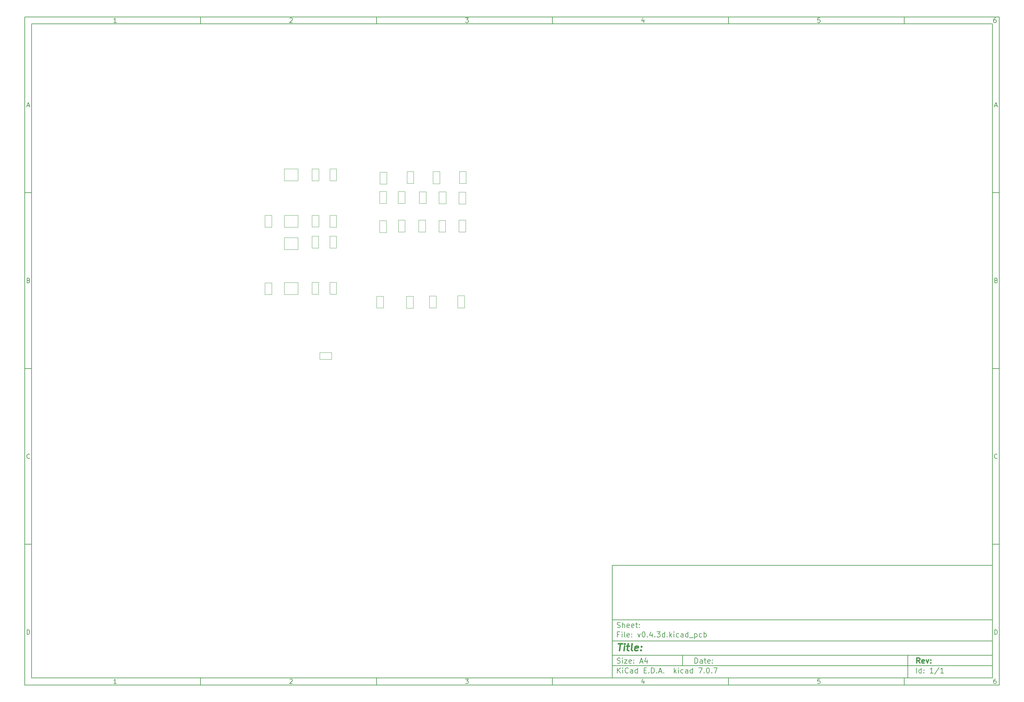
<source format=gbr>
%TF.GenerationSoftware,KiCad,Pcbnew,7.0.7*%
%TF.CreationDate,2024-10-02T11:43:54-03:00*%
%TF.ProjectId,v0.4.3d,76302e34-2e33-4642-9e6b-696361645f70,rev?*%
%TF.SameCoordinates,Original*%
%TF.FileFunction,Other,User*%
%FSLAX46Y46*%
G04 Gerber Fmt 4.6, Leading zero omitted, Abs format (unit mm)*
G04 Created by KiCad (PCBNEW 7.0.7) date 2024-10-02 11:43:54*
%MOMM*%
%LPD*%
G01*
G04 APERTURE LIST*
%ADD10C,0.100000*%
%ADD11C,0.150000*%
%ADD12C,0.300000*%
%ADD13C,0.400000*%
%ADD14C,0.050000*%
G04 APERTURE END LIST*
D10*
D11*
X177002200Y-166007200D02*
X285002200Y-166007200D01*
X285002200Y-198007200D01*
X177002200Y-198007200D01*
X177002200Y-166007200D01*
D10*
D11*
X10000000Y-10000000D02*
X287002200Y-10000000D01*
X287002200Y-200007200D01*
X10000000Y-200007200D01*
X10000000Y-10000000D01*
D10*
D11*
X12000000Y-12000000D02*
X285002200Y-12000000D01*
X285002200Y-198007200D01*
X12000000Y-198007200D01*
X12000000Y-12000000D01*
D10*
D11*
X60000000Y-12000000D02*
X60000000Y-10000000D01*
D10*
D11*
X110000000Y-12000000D02*
X110000000Y-10000000D01*
D10*
D11*
X160000000Y-12000000D02*
X160000000Y-10000000D01*
D10*
D11*
X210000000Y-12000000D02*
X210000000Y-10000000D01*
D10*
D11*
X260000000Y-12000000D02*
X260000000Y-10000000D01*
D10*
D11*
X36089160Y-11593604D02*
X35346303Y-11593604D01*
X35717731Y-11593604D02*
X35717731Y-10293604D01*
X35717731Y-10293604D02*
X35593922Y-10479319D01*
X35593922Y-10479319D02*
X35470112Y-10603128D01*
X35470112Y-10603128D02*
X35346303Y-10665033D01*
D10*
D11*
X85346303Y-10417414D02*
X85408207Y-10355509D01*
X85408207Y-10355509D02*
X85532017Y-10293604D01*
X85532017Y-10293604D02*
X85841541Y-10293604D01*
X85841541Y-10293604D02*
X85965350Y-10355509D01*
X85965350Y-10355509D02*
X86027255Y-10417414D01*
X86027255Y-10417414D02*
X86089160Y-10541223D01*
X86089160Y-10541223D02*
X86089160Y-10665033D01*
X86089160Y-10665033D02*
X86027255Y-10850747D01*
X86027255Y-10850747D02*
X85284398Y-11593604D01*
X85284398Y-11593604D02*
X86089160Y-11593604D01*
D10*
D11*
X135284398Y-10293604D02*
X136089160Y-10293604D01*
X136089160Y-10293604D02*
X135655826Y-10788842D01*
X135655826Y-10788842D02*
X135841541Y-10788842D01*
X135841541Y-10788842D02*
X135965350Y-10850747D01*
X135965350Y-10850747D02*
X136027255Y-10912652D01*
X136027255Y-10912652D02*
X136089160Y-11036461D01*
X136089160Y-11036461D02*
X136089160Y-11345985D01*
X136089160Y-11345985D02*
X136027255Y-11469795D01*
X136027255Y-11469795D02*
X135965350Y-11531700D01*
X135965350Y-11531700D02*
X135841541Y-11593604D01*
X135841541Y-11593604D02*
X135470112Y-11593604D01*
X135470112Y-11593604D02*
X135346303Y-11531700D01*
X135346303Y-11531700D02*
X135284398Y-11469795D01*
D10*
D11*
X185965350Y-10726938D02*
X185965350Y-11593604D01*
X185655826Y-10231700D02*
X185346303Y-11160271D01*
X185346303Y-11160271D02*
X186151064Y-11160271D01*
D10*
D11*
X236027255Y-10293604D02*
X235408207Y-10293604D01*
X235408207Y-10293604D02*
X235346303Y-10912652D01*
X235346303Y-10912652D02*
X235408207Y-10850747D01*
X235408207Y-10850747D02*
X235532017Y-10788842D01*
X235532017Y-10788842D02*
X235841541Y-10788842D01*
X235841541Y-10788842D02*
X235965350Y-10850747D01*
X235965350Y-10850747D02*
X236027255Y-10912652D01*
X236027255Y-10912652D02*
X236089160Y-11036461D01*
X236089160Y-11036461D02*
X236089160Y-11345985D01*
X236089160Y-11345985D02*
X236027255Y-11469795D01*
X236027255Y-11469795D02*
X235965350Y-11531700D01*
X235965350Y-11531700D02*
X235841541Y-11593604D01*
X235841541Y-11593604D02*
X235532017Y-11593604D01*
X235532017Y-11593604D02*
X235408207Y-11531700D01*
X235408207Y-11531700D02*
X235346303Y-11469795D01*
D10*
D11*
X285965350Y-10293604D02*
X285717731Y-10293604D01*
X285717731Y-10293604D02*
X285593922Y-10355509D01*
X285593922Y-10355509D02*
X285532017Y-10417414D01*
X285532017Y-10417414D02*
X285408207Y-10603128D01*
X285408207Y-10603128D02*
X285346303Y-10850747D01*
X285346303Y-10850747D02*
X285346303Y-11345985D01*
X285346303Y-11345985D02*
X285408207Y-11469795D01*
X285408207Y-11469795D02*
X285470112Y-11531700D01*
X285470112Y-11531700D02*
X285593922Y-11593604D01*
X285593922Y-11593604D02*
X285841541Y-11593604D01*
X285841541Y-11593604D02*
X285965350Y-11531700D01*
X285965350Y-11531700D02*
X286027255Y-11469795D01*
X286027255Y-11469795D02*
X286089160Y-11345985D01*
X286089160Y-11345985D02*
X286089160Y-11036461D01*
X286089160Y-11036461D02*
X286027255Y-10912652D01*
X286027255Y-10912652D02*
X285965350Y-10850747D01*
X285965350Y-10850747D02*
X285841541Y-10788842D01*
X285841541Y-10788842D02*
X285593922Y-10788842D01*
X285593922Y-10788842D02*
X285470112Y-10850747D01*
X285470112Y-10850747D02*
X285408207Y-10912652D01*
X285408207Y-10912652D02*
X285346303Y-11036461D01*
D10*
D11*
X60000000Y-198007200D02*
X60000000Y-200007200D01*
D10*
D11*
X110000000Y-198007200D02*
X110000000Y-200007200D01*
D10*
D11*
X160000000Y-198007200D02*
X160000000Y-200007200D01*
D10*
D11*
X210000000Y-198007200D02*
X210000000Y-200007200D01*
D10*
D11*
X260000000Y-198007200D02*
X260000000Y-200007200D01*
D10*
D11*
X36089160Y-199600804D02*
X35346303Y-199600804D01*
X35717731Y-199600804D02*
X35717731Y-198300804D01*
X35717731Y-198300804D02*
X35593922Y-198486519D01*
X35593922Y-198486519D02*
X35470112Y-198610328D01*
X35470112Y-198610328D02*
X35346303Y-198672233D01*
D10*
D11*
X85346303Y-198424614D02*
X85408207Y-198362709D01*
X85408207Y-198362709D02*
X85532017Y-198300804D01*
X85532017Y-198300804D02*
X85841541Y-198300804D01*
X85841541Y-198300804D02*
X85965350Y-198362709D01*
X85965350Y-198362709D02*
X86027255Y-198424614D01*
X86027255Y-198424614D02*
X86089160Y-198548423D01*
X86089160Y-198548423D02*
X86089160Y-198672233D01*
X86089160Y-198672233D02*
X86027255Y-198857947D01*
X86027255Y-198857947D02*
X85284398Y-199600804D01*
X85284398Y-199600804D02*
X86089160Y-199600804D01*
D10*
D11*
X135284398Y-198300804D02*
X136089160Y-198300804D01*
X136089160Y-198300804D02*
X135655826Y-198796042D01*
X135655826Y-198796042D02*
X135841541Y-198796042D01*
X135841541Y-198796042D02*
X135965350Y-198857947D01*
X135965350Y-198857947D02*
X136027255Y-198919852D01*
X136027255Y-198919852D02*
X136089160Y-199043661D01*
X136089160Y-199043661D02*
X136089160Y-199353185D01*
X136089160Y-199353185D02*
X136027255Y-199476995D01*
X136027255Y-199476995D02*
X135965350Y-199538900D01*
X135965350Y-199538900D02*
X135841541Y-199600804D01*
X135841541Y-199600804D02*
X135470112Y-199600804D01*
X135470112Y-199600804D02*
X135346303Y-199538900D01*
X135346303Y-199538900D02*
X135284398Y-199476995D01*
D10*
D11*
X185965350Y-198734138D02*
X185965350Y-199600804D01*
X185655826Y-198238900D02*
X185346303Y-199167471D01*
X185346303Y-199167471D02*
X186151064Y-199167471D01*
D10*
D11*
X236027255Y-198300804D02*
X235408207Y-198300804D01*
X235408207Y-198300804D02*
X235346303Y-198919852D01*
X235346303Y-198919852D02*
X235408207Y-198857947D01*
X235408207Y-198857947D02*
X235532017Y-198796042D01*
X235532017Y-198796042D02*
X235841541Y-198796042D01*
X235841541Y-198796042D02*
X235965350Y-198857947D01*
X235965350Y-198857947D02*
X236027255Y-198919852D01*
X236027255Y-198919852D02*
X236089160Y-199043661D01*
X236089160Y-199043661D02*
X236089160Y-199353185D01*
X236089160Y-199353185D02*
X236027255Y-199476995D01*
X236027255Y-199476995D02*
X235965350Y-199538900D01*
X235965350Y-199538900D02*
X235841541Y-199600804D01*
X235841541Y-199600804D02*
X235532017Y-199600804D01*
X235532017Y-199600804D02*
X235408207Y-199538900D01*
X235408207Y-199538900D02*
X235346303Y-199476995D01*
D10*
D11*
X285965350Y-198300804D02*
X285717731Y-198300804D01*
X285717731Y-198300804D02*
X285593922Y-198362709D01*
X285593922Y-198362709D02*
X285532017Y-198424614D01*
X285532017Y-198424614D02*
X285408207Y-198610328D01*
X285408207Y-198610328D02*
X285346303Y-198857947D01*
X285346303Y-198857947D02*
X285346303Y-199353185D01*
X285346303Y-199353185D02*
X285408207Y-199476995D01*
X285408207Y-199476995D02*
X285470112Y-199538900D01*
X285470112Y-199538900D02*
X285593922Y-199600804D01*
X285593922Y-199600804D02*
X285841541Y-199600804D01*
X285841541Y-199600804D02*
X285965350Y-199538900D01*
X285965350Y-199538900D02*
X286027255Y-199476995D01*
X286027255Y-199476995D02*
X286089160Y-199353185D01*
X286089160Y-199353185D02*
X286089160Y-199043661D01*
X286089160Y-199043661D02*
X286027255Y-198919852D01*
X286027255Y-198919852D02*
X285965350Y-198857947D01*
X285965350Y-198857947D02*
X285841541Y-198796042D01*
X285841541Y-198796042D02*
X285593922Y-198796042D01*
X285593922Y-198796042D02*
X285470112Y-198857947D01*
X285470112Y-198857947D02*
X285408207Y-198919852D01*
X285408207Y-198919852D02*
X285346303Y-199043661D01*
D10*
D11*
X10000000Y-60000000D02*
X12000000Y-60000000D01*
D10*
D11*
X10000000Y-110000000D02*
X12000000Y-110000000D01*
D10*
D11*
X10000000Y-160000000D02*
X12000000Y-160000000D01*
D10*
D11*
X10690476Y-35222176D02*
X11309523Y-35222176D01*
X10566666Y-35593604D02*
X10999999Y-34293604D01*
X10999999Y-34293604D02*
X11433333Y-35593604D01*
D10*
D11*
X11092857Y-84912652D02*
X11278571Y-84974557D01*
X11278571Y-84974557D02*
X11340476Y-85036461D01*
X11340476Y-85036461D02*
X11402380Y-85160271D01*
X11402380Y-85160271D02*
X11402380Y-85345985D01*
X11402380Y-85345985D02*
X11340476Y-85469795D01*
X11340476Y-85469795D02*
X11278571Y-85531700D01*
X11278571Y-85531700D02*
X11154761Y-85593604D01*
X11154761Y-85593604D02*
X10659523Y-85593604D01*
X10659523Y-85593604D02*
X10659523Y-84293604D01*
X10659523Y-84293604D02*
X11092857Y-84293604D01*
X11092857Y-84293604D02*
X11216666Y-84355509D01*
X11216666Y-84355509D02*
X11278571Y-84417414D01*
X11278571Y-84417414D02*
X11340476Y-84541223D01*
X11340476Y-84541223D02*
X11340476Y-84665033D01*
X11340476Y-84665033D02*
X11278571Y-84788842D01*
X11278571Y-84788842D02*
X11216666Y-84850747D01*
X11216666Y-84850747D02*
X11092857Y-84912652D01*
X11092857Y-84912652D02*
X10659523Y-84912652D01*
D10*
D11*
X11402380Y-135469795D02*
X11340476Y-135531700D01*
X11340476Y-135531700D02*
X11154761Y-135593604D01*
X11154761Y-135593604D02*
X11030952Y-135593604D01*
X11030952Y-135593604D02*
X10845238Y-135531700D01*
X10845238Y-135531700D02*
X10721428Y-135407890D01*
X10721428Y-135407890D02*
X10659523Y-135284080D01*
X10659523Y-135284080D02*
X10597619Y-135036461D01*
X10597619Y-135036461D02*
X10597619Y-134850747D01*
X10597619Y-134850747D02*
X10659523Y-134603128D01*
X10659523Y-134603128D02*
X10721428Y-134479319D01*
X10721428Y-134479319D02*
X10845238Y-134355509D01*
X10845238Y-134355509D02*
X11030952Y-134293604D01*
X11030952Y-134293604D02*
X11154761Y-134293604D01*
X11154761Y-134293604D02*
X11340476Y-134355509D01*
X11340476Y-134355509D02*
X11402380Y-134417414D01*
D10*
D11*
X10659523Y-185593604D02*
X10659523Y-184293604D01*
X10659523Y-184293604D02*
X10969047Y-184293604D01*
X10969047Y-184293604D02*
X11154761Y-184355509D01*
X11154761Y-184355509D02*
X11278571Y-184479319D01*
X11278571Y-184479319D02*
X11340476Y-184603128D01*
X11340476Y-184603128D02*
X11402380Y-184850747D01*
X11402380Y-184850747D02*
X11402380Y-185036461D01*
X11402380Y-185036461D02*
X11340476Y-185284080D01*
X11340476Y-185284080D02*
X11278571Y-185407890D01*
X11278571Y-185407890D02*
X11154761Y-185531700D01*
X11154761Y-185531700D02*
X10969047Y-185593604D01*
X10969047Y-185593604D02*
X10659523Y-185593604D01*
D10*
D11*
X287002200Y-60000000D02*
X285002200Y-60000000D01*
D10*
D11*
X287002200Y-110000000D02*
X285002200Y-110000000D01*
D10*
D11*
X287002200Y-160000000D02*
X285002200Y-160000000D01*
D10*
D11*
X285692676Y-35222176D02*
X286311723Y-35222176D01*
X285568866Y-35593604D02*
X286002199Y-34293604D01*
X286002199Y-34293604D02*
X286435533Y-35593604D01*
D10*
D11*
X286095057Y-84912652D02*
X286280771Y-84974557D01*
X286280771Y-84974557D02*
X286342676Y-85036461D01*
X286342676Y-85036461D02*
X286404580Y-85160271D01*
X286404580Y-85160271D02*
X286404580Y-85345985D01*
X286404580Y-85345985D02*
X286342676Y-85469795D01*
X286342676Y-85469795D02*
X286280771Y-85531700D01*
X286280771Y-85531700D02*
X286156961Y-85593604D01*
X286156961Y-85593604D02*
X285661723Y-85593604D01*
X285661723Y-85593604D02*
X285661723Y-84293604D01*
X285661723Y-84293604D02*
X286095057Y-84293604D01*
X286095057Y-84293604D02*
X286218866Y-84355509D01*
X286218866Y-84355509D02*
X286280771Y-84417414D01*
X286280771Y-84417414D02*
X286342676Y-84541223D01*
X286342676Y-84541223D02*
X286342676Y-84665033D01*
X286342676Y-84665033D02*
X286280771Y-84788842D01*
X286280771Y-84788842D02*
X286218866Y-84850747D01*
X286218866Y-84850747D02*
X286095057Y-84912652D01*
X286095057Y-84912652D02*
X285661723Y-84912652D01*
D10*
D11*
X286404580Y-135469795D02*
X286342676Y-135531700D01*
X286342676Y-135531700D02*
X286156961Y-135593604D01*
X286156961Y-135593604D02*
X286033152Y-135593604D01*
X286033152Y-135593604D02*
X285847438Y-135531700D01*
X285847438Y-135531700D02*
X285723628Y-135407890D01*
X285723628Y-135407890D02*
X285661723Y-135284080D01*
X285661723Y-135284080D02*
X285599819Y-135036461D01*
X285599819Y-135036461D02*
X285599819Y-134850747D01*
X285599819Y-134850747D02*
X285661723Y-134603128D01*
X285661723Y-134603128D02*
X285723628Y-134479319D01*
X285723628Y-134479319D02*
X285847438Y-134355509D01*
X285847438Y-134355509D02*
X286033152Y-134293604D01*
X286033152Y-134293604D02*
X286156961Y-134293604D01*
X286156961Y-134293604D02*
X286342676Y-134355509D01*
X286342676Y-134355509D02*
X286404580Y-134417414D01*
D10*
D11*
X285661723Y-185593604D02*
X285661723Y-184293604D01*
X285661723Y-184293604D02*
X285971247Y-184293604D01*
X285971247Y-184293604D02*
X286156961Y-184355509D01*
X286156961Y-184355509D02*
X286280771Y-184479319D01*
X286280771Y-184479319D02*
X286342676Y-184603128D01*
X286342676Y-184603128D02*
X286404580Y-184850747D01*
X286404580Y-184850747D02*
X286404580Y-185036461D01*
X286404580Y-185036461D02*
X286342676Y-185284080D01*
X286342676Y-185284080D02*
X286280771Y-185407890D01*
X286280771Y-185407890D02*
X286156961Y-185531700D01*
X286156961Y-185531700D02*
X285971247Y-185593604D01*
X285971247Y-185593604D02*
X285661723Y-185593604D01*
D10*
D11*
X200458026Y-193793328D02*
X200458026Y-192293328D01*
X200458026Y-192293328D02*
X200815169Y-192293328D01*
X200815169Y-192293328D02*
X201029455Y-192364757D01*
X201029455Y-192364757D02*
X201172312Y-192507614D01*
X201172312Y-192507614D02*
X201243741Y-192650471D01*
X201243741Y-192650471D02*
X201315169Y-192936185D01*
X201315169Y-192936185D02*
X201315169Y-193150471D01*
X201315169Y-193150471D02*
X201243741Y-193436185D01*
X201243741Y-193436185D02*
X201172312Y-193579042D01*
X201172312Y-193579042D02*
X201029455Y-193721900D01*
X201029455Y-193721900D02*
X200815169Y-193793328D01*
X200815169Y-193793328D02*
X200458026Y-193793328D01*
X202600884Y-193793328D02*
X202600884Y-193007614D01*
X202600884Y-193007614D02*
X202529455Y-192864757D01*
X202529455Y-192864757D02*
X202386598Y-192793328D01*
X202386598Y-192793328D02*
X202100884Y-192793328D01*
X202100884Y-192793328D02*
X201958026Y-192864757D01*
X202600884Y-193721900D02*
X202458026Y-193793328D01*
X202458026Y-193793328D02*
X202100884Y-193793328D01*
X202100884Y-193793328D02*
X201958026Y-193721900D01*
X201958026Y-193721900D02*
X201886598Y-193579042D01*
X201886598Y-193579042D02*
X201886598Y-193436185D01*
X201886598Y-193436185D02*
X201958026Y-193293328D01*
X201958026Y-193293328D02*
X202100884Y-193221900D01*
X202100884Y-193221900D02*
X202458026Y-193221900D01*
X202458026Y-193221900D02*
X202600884Y-193150471D01*
X203100884Y-192793328D02*
X203672312Y-192793328D01*
X203315169Y-192293328D02*
X203315169Y-193579042D01*
X203315169Y-193579042D02*
X203386598Y-193721900D01*
X203386598Y-193721900D02*
X203529455Y-193793328D01*
X203529455Y-193793328D02*
X203672312Y-193793328D01*
X204743741Y-193721900D02*
X204600884Y-193793328D01*
X204600884Y-193793328D02*
X204315170Y-193793328D01*
X204315170Y-193793328D02*
X204172312Y-193721900D01*
X204172312Y-193721900D02*
X204100884Y-193579042D01*
X204100884Y-193579042D02*
X204100884Y-193007614D01*
X204100884Y-193007614D02*
X204172312Y-192864757D01*
X204172312Y-192864757D02*
X204315170Y-192793328D01*
X204315170Y-192793328D02*
X204600884Y-192793328D01*
X204600884Y-192793328D02*
X204743741Y-192864757D01*
X204743741Y-192864757D02*
X204815170Y-193007614D01*
X204815170Y-193007614D02*
X204815170Y-193150471D01*
X204815170Y-193150471D02*
X204100884Y-193293328D01*
X205458026Y-193650471D02*
X205529455Y-193721900D01*
X205529455Y-193721900D02*
X205458026Y-193793328D01*
X205458026Y-193793328D02*
X205386598Y-193721900D01*
X205386598Y-193721900D02*
X205458026Y-193650471D01*
X205458026Y-193650471D02*
X205458026Y-193793328D01*
X205458026Y-192864757D02*
X205529455Y-192936185D01*
X205529455Y-192936185D02*
X205458026Y-193007614D01*
X205458026Y-193007614D02*
X205386598Y-192936185D01*
X205386598Y-192936185D02*
X205458026Y-192864757D01*
X205458026Y-192864757D02*
X205458026Y-193007614D01*
D10*
D11*
X177002200Y-194507200D02*
X285002200Y-194507200D01*
D10*
D11*
X178458026Y-196593328D02*
X178458026Y-195093328D01*
X179315169Y-196593328D02*
X178672312Y-195736185D01*
X179315169Y-195093328D02*
X178458026Y-195950471D01*
X179958026Y-196593328D02*
X179958026Y-195593328D01*
X179958026Y-195093328D02*
X179886598Y-195164757D01*
X179886598Y-195164757D02*
X179958026Y-195236185D01*
X179958026Y-195236185D02*
X180029455Y-195164757D01*
X180029455Y-195164757D02*
X179958026Y-195093328D01*
X179958026Y-195093328D02*
X179958026Y-195236185D01*
X181529455Y-196450471D02*
X181458027Y-196521900D01*
X181458027Y-196521900D02*
X181243741Y-196593328D01*
X181243741Y-196593328D02*
X181100884Y-196593328D01*
X181100884Y-196593328D02*
X180886598Y-196521900D01*
X180886598Y-196521900D02*
X180743741Y-196379042D01*
X180743741Y-196379042D02*
X180672312Y-196236185D01*
X180672312Y-196236185D02*
X180600884Y-195950471D01*
X180600884Y-195950471D02*
X180600884Y-195736185D01*
X180600884Y-195736185D02*
X180672312Y-195450471D01*
X180672312Y-195450471D02*
X180743741Y-195307614D01*
X180743741Y-195307614D02*
X180886598Y-195164757D01*
X180886598Y-195164757D02*
X181100884Y-195093328D01*
X181100884Y-195093328D02*
X181243741Y-195093328D01*
X181243741Y-195093328D02*
X181458027Y-195164757D01*
X181458027Y-195164757D02*
X181529455Y-195236185D01*
X182815170Y-196593328D02*
X182815170Y-195807614D01*
X182815170Y-195807614D02*
X182743741Y-195664757D01*
X182743741Y-195664757D02*
X182600884Y-195593328D01*
X182600884Y-195593328D02*
X182315170Y-195593328D01*
X182315170Y-195593328D02*
X182172312Y-195664757D01*
X182815170Y-196521900D02*
X182672312Y-196593328D01*
X182672312Y-196593328D02*
X182315170Y-196593328D01*
X182315170Y-196593328D02*
X182172312Y-196521900D01*
X182172312Y-196521900D02*
X182100884Y-196379042D01*
X182100884Y-196379042D02*
X182100884Y-196236185D01*
X182100884Y-196236185D02*
X182172312Y-196093328D01*
X182172312Y-196093328D02*
X182315170Y-196021900D01*
X182315170Y-196021900D02*
X182672312Y-196021900D01*
X182672312Y-196021900D02*
X182815170Y-195950471D01*
X184172313Y-196593328D02*
X184172313Y-195093328D01*
X184172313Y-196521900D02*
X184029455Y-196593328D01*
X184029455Y-196593328D02*
X183743741Y-196593328D01*
X183743741Y-196593328D02*
X183600884Y-196521900D01*
X183600884Y-196521900D02*
X183529455Y-196450471D01*
X183529455Y-196450471D02*
X183458027Y-196307614D01*
X183458027Y-196307614D02*
X183458027Y-195879042D01*
X183458027Y-195879042D02*
X183529455Y-195736185D01*
X183529455Y-195736185D02*
X183600884Y-195664757D01*
X183600884Y-195664757D02*
X183743741Y-195593328D01*
X183743741Y-195593328D02*
X184029455Y-195593328D01*
X184029455Y-195593328D02*
X184172313Y-195664757D01*
X186029455Y-195807614D02*
X186529455Y-195807614D01*
X186743741Y-196593328D02*
X186029455Y-196593328D01*
X186029455Y-196593328D02*
X186029455Y-195093328D01*
X186029455Y-195093328D02*
X186743741Y-195093328D01*
X187386598Y-196450471D02*
X187458027Y-196521900D01*
X187458027Y-196521900D02*
X187386598Y-196593328D01*
X187386598Y-196593328D02*
X187315170Y-196521900D01*
X187315170Y-196521900D02*
X187386598Y-196450471D01*
X187386598Y-196450471D02*
X187386598Y-196593328D01*
X188100884Y-196593328D02*
X188100884Y-195093328D01*
X188100884Y-195093328D02*
X188458027Y-195093328D01*
X188458027Y-195093328D02*
X188672313Y-195164757D01*
X188672313Y-195164757D02*
X188815170Y-195307614D01*
X188815170Y-195307614D02*
X188886599Y-195450471D01*
X188886599Y-195450471D02*
X188958027Y-195736185D01*
X188958027Y-195736185D02*
X188958027Y-195950471D01*
X188958027Y-195950471D02*
X188886599Y-196236185D01*
X188886599Y-196236185D02*
X188815170Y-196379042D01*
X188815170Y-196379042D02*
X188672313Y-196521900D01*
X188672313Y-196521900D02*
X188458027Y-196593328D01*
X188458027Y-196593328D02*
X188100884Y-196593328D01*
X189600884Y-196450471D02*
X189672313Y-196521900D01*
X189672313Y-196521900D02*
X189600884Y-196593328D01*
X189600884Y-196593328D02*
X189529456Y-196521900D01*
X189529456Y-196521900D02*
X189600884Y-196450471D01*
X189600884Y-196450471D02*
X189600884Y-196593328D01*
X190243742Y-196164757D02*
X190958028Y-196164757D01*
X190100885Y-196593328D02*
X190600885Y-195093328D01*
X190600885Y-195093328D02*
X191100885Y-196593328D01*
X191600884Y-196450471D02*
X191672313Y-196521900D01*
X191672313Y-196521900D02*
X191600884Y-196593328D01*
X191600884Y-196593328D02*
X191529456Y-196521900D01*
X191529456Y-196521900D02*
X191600884Y-196450471D01*
X191600884Y-196450471D02*
X191600884Y-196593328D01*
X194600884Y-196593328D02*
X194600884Y-195093328D01*
X194743742Y-196021900D02*
X195172313Y-196593328D01*
X195172313Y-195593328D02*
X194600884Y-196164757D01*
X195815170Y-196593328D02*
X195815170Y-195593328D01*
X195815170Y-195093328D02*
X195743742Y-195164757D01*
X195743742Y-195164757D02*
X195815170Y-195236185D01*
X195815170Y-195236185D02*
X195886599Y-195164757D01*
X195886599Y-195164757D02*
X195815170Y-195093328D01*
X195815170Y-195093328D02*
X195815170Y-195236185D01*
X197172314Y-196521900D02*
X197029456Y-196593328D01*
X197029456Y-196593328D02*
X196743742Y-196593328D01*
X196743742Y-196593328D02*
X196600885Y-196521900D01*
X196600885Y-196521900D02*
X196529456Y-196450471D01*
X196529456Y-196450471D02*
X196458028Y-196307614D01*
X196458028Y-196307614D02*
X196458028Y-195879042D01*
X196458028Y-195879042D02*
X196529456Y-195736185D01*
X196529456Y-195736185D02*
X196600885Y-195664757D01*
X196600885Y-195664757D02*
X196743742Y-195593328D01*
X196743742Y-195593328D02*
X197029456Y-195593328D01*
X197029456Y-195593328D02*
X197172314Y-195664757D01*
X198458028Y-196593328D02*
X198458028Y-195807614D01*
X198458028Y-195807614D02*
X198386599Y-195664757D01*
X198386599Y-195664757D02*
X198243742Y-195593328D01*
X198243742Y-195593328D02*
X197958028Y-195593328D01*
X197958028Y-195593328D02*
X197815170Y-195664757D01*
X198458028Y-196521900D02*
X198315170Y-196593328D01*
X198315170Y-196593328D02*
X197958028Y-196593328D01*
X197958028Y-196593328D02*
X197815170Y-196521900D01*
X197815170Y-196521900D02*
X197743742Y-196379042D01*
X197743742Y-196379042D02*
X197743742Y-196236185D01*
X197743742Y-196236185D02*
X197815170Y-196093328D01*
X197815170Y-196093328D02*
X197958028Y-196021900D01*
X197958028Y-196021900D02*
X198315170Y-196021900D01*
X198315170Y-196021900D02*
X198458028Y-195950471D01*
X199815171Y-196593328D02*
X199815171Y-195093328D01*
X199815171Y-196521900D02*
X199672313Y-196593328D01*
X199672313Y-196593328D02*
X199386599Y-196593328D01*
X199386599Y-196593328D02*
X199243742Y-196521900D01*
X199243742Y-196521900D02*
X199172313Y-196450471D01*
X199172313Y-196450471D02*
X199100885Y-196307614D01*
X199100885Y-196307614D02*
X199100885Y-195879042D01*
X199100885Y-195879042D02*
X199172313Y-195736185D01*
X199172313Y-195736185D02*
X199243742Y-195664757D01*
X199243742Y-195664757D02*
X199386599Y-195593328D01*
X199386599Y-195593328D02*
X199672313Y-195593328D01*
X199672313Y-195593328D02*
X199815171Y-195664757D01*
X201529456Y-195093328D02*
X202529456Y-195093328D01*
X202529456Y-195093328D02*
X201886599Y-196593328D01*
X203100884Y-196450471D02*
X203172313Y-196521900D01*
X203172313Y-196521900D02*
X203100884Y-196593328D01*
X203100884Y-196593328D02*
X203029456Y-196521900D01*
X203029456Y-196521900D02*
X203100884Y-196450471D01*
X203100884Y-196450471D02*
X203100884Y-196593328D01*
X204100885Y-195093328D02*
X204243742Y-195093328D01*
X204243742Y-195093328D02*
X204386599Y-195164757D01*
X204386599Y-195164757D02*
X204458028Y-195236185D01*
X204458028Y-195236185D02*
X204529456Y-195379042D01*
X204529456Y-195379042D02*
X204600885Y-195664757D01*
X204600885Y-195664757D02*
X204600885Y-196021900D01*
X204600885Y-196021900D02*
X204529456Y-196307614D01*
X204529456Y-196307614D02*
X204458028Y-196450471D01*
X204458028Y-196450471D02*
X204386599Y-196521900D01*
X204386599Y-196521900D02*
X204243742Y-196593328D01*
X204243742Y-196593328D02*
X204100885Y-196593328D01*
X204100885Y-196593328D02*
X203958028Y-196521900D01*
X203958028Y-196521900D02*
X203886599Y-196450471D01*
X203886599Y-196450471D02*
X203815170Y-196307614D01*
X203815170Y-196307614D02*
X203743742Y-196021900D01*
X203743742Y-196021900D02*
X203743742Y-195664757D01*
X203743742Y-195664757D02*
X203815170Y-195379042D01*
X203815170Y-195379042D02*
X203886599Y-195236185D01*
X203886599Y-195236185D02*
X203958028Y-195164757D01*
X203958028Y-195164757D02*
X204100885Y-195093328D01*
X205243741Y-196450471D02*
X205315170Y-196521900D01*
X205315170Y-196521900D02*
X205243741Y-196593328D01*
X205243741Y-196593328D02*
X205172313Y-196521900D01*
X205172313Y-196521900D02*
X205243741Y-196450471D01*
X205243741Y-196450471D02*
X205243741Y-196593328D01*
X205815170Y-195093328D02*
X206815170Y-195093328D01*
X206815170Y-195093328D02*
X206172313Y-196593328D01*
D10*
D11*
X177002200Y-191507200D02*
X285002200Y-191507200D01*
D10*
D12*
X264413853Y-193785528D02*
X263913853Y-193071242D01*
X263556710Y-193785528D02*
X263556710Y-192285528D01*
X263556710Y-192285528D02*
X264128139Y-192285528D01*
X264128139Y-192285528D02*
X264270996Y-192356957D01*
X264270996Y-192356957D02*
X264342425Y-192428385D01*
X264342425Y-192428385D02*
X264413853Y-192571242D01*
X264413853Y-192571242D02*
X264413853Y-192785528D01*
X264413853Y-192785528D02*
X264342425Y-192928385D01*
X264342425Y-192928385D02*
X264270996Y-192999814D01*
X264270996Y-192999814D02*
X264128139Y-193071242D01*
X264128139Y-193071242D02*
X263556710Y-193071242D01*
X265628139Y-193714100D02*
X265485282Y-193785528D01*
X265485282Y-193785528D02*
X265199568Y-193785528D01*
X265199568Y-193785528D02*
X265056710Y-193714100D01*
X265056710Y-193714100D02*
X264985282Y-193571242D01*
X264985282Y-193571242D02*
X264985282Y-192999814D01*
X264985282Y-192999814D02*
X265056710Y-192856957D01*
X265056710Y-192856957D02*
X265199568Y-192785528D01*
X265199568Y-192785528D02*
X265485282Y-192785528D01*
X265485282Y-192785528D02*
X265628139Y-192856957D01*
X265628139Y-192856957D02*
X265699568Y-192999814D01*
X265699568Y-192999814D02*
X265699568Y-193142671D01*
X265699568Y-193142671D02*
X264985282Y-193285528D01*
X266199567Y-192785528D02*
X266556710Y-193785528D01*
X266556710Y-193785528D02*
X266913853Y-192785528D01*
X267485281Y-193642671D02*
X267556710Y-193714100D01*
X267556710Y-193714100D02*
X267485281Y-193785528D01*
X267485281Y-193785528D02*
X267413853Y-193714100D01*
X267413853Y-193714100D02*
X267485281Y-193642671D01*
X267485281Y-193642671D02*
X267485281Y-193785528D01*
X267485281Y-192856957D02*
X267556710Y-192928385D01*
X267556710Y-192928385D02*
X267485281Y-192999814D01*
X267485281Y-192999814D02*
X267413853Y-192928385D01*
X267413853Y-192928385D02*
X267485281Y-192856957D01*
X267485281Y-192856957D02*
X267485281Y-192999814D01*
D10*
D11*
X178386598Y-193721900D02*
X178600884Y-193793328D01*
X178600884Y-193793328D02*
X178958026Y-193793328D01*
X178958026Y-193793328D02*
X179100884Y-193721900D01*
X179100884Y-193721900D02*
X179172312Y-193650471D01*
X179172312Y-193650471D02*
X179243741Y-193507614D01*
X179243741Y-193507614D02*
X179243741Y-193364757D01*
X179243741Y-193364757D02*
X179172312Y-193221900D01*
X179172312Y-193221900D02*
X179100884Y-193150471D01*
X179100884Y-193150471D02*
X178958026Y-193079042D01*
X178958026Y-193079042D02*
X178672312Y-193007614D01*
X178672312Y-193007614D02*
X178529455Y-192936185D01*
X178529455Y-192936185D02*
X178458026Y-192864757D01*
X178458026Y-192864757D02*
X178386598Y-192721900D01*
X178386598Y-192721900D02*
X178386598Y-192579042D01*
X178386598Y-192579042D02*
X178458026Y-192436185D01*
X178458026Y-192436185D02*
X178529455Y-192364757D01*
X178529455Y-192364757D02*
X178672312Y-192293328D01*
X178672312Y-192293328D02*
X179029455Y-192293328D01*
X179029455Y-192293328D02*
X179243741Y-192364757D01*
X179886597Y-193793328D02*
X179886597Y-192793328D01*
X179886597Y-192293328D02*
X179815169Y-192364757D01*
X179815169Y-192364757D02*
X179886597Y-192436185D01*
X179886597Y-192436185D02*
X179958026Y-192364757D01*
X179958026Y-192364757D02*
X179886597Y-192293328D01*
X179886597Y-192293328D02*
X179886597Y-192436185D01*
X180458026Y-192793328D02*
X181243741Y-192793328D01*
X181243741Y-192793328D02*
X180458026Y-193793328D01*
X180458026Y-193793328D02*
X181243741Y-193793328D01*
X182386598Y-193721900D02*
X182243741Y-193793328D01*
X182243741Y-193793328D02*
X181958027Y-193793328D01*
X181958027Y-193793328D02*
X181815169Y-193721900D01*
X181815169Y-193721900D02*
X181743741Y-193579042D01*
X181743741Y-193579042D02*
X181743741Y-193007614D01*
X181743741Y-193007614D02*
X181815169Y-192864757D01*
X181815169Y-192864757D02*
X181958027Y-192793328D01*
X181958027Y-192793328D02*
X182243741Y-192793328D01*
X182243741Y-192793328D02*
X182386598Y-192864757D01*
X182386598Y-192864757D02*
X182458027Y-193007614D01*
X182458027Y-193007614D02*
X182458027Y-193150471D01*
X182458027Y-193150471D02*
X181743741Y-193293328D01*
X183100883Y-193650471D02*
X183172312Y-193721900D01*
X183172312Y-193721900D02*
X183100883Y-193793328D01*
X183100883Y-193793328D02*
X183029455Y-193721900D01*
X183029455Y-193721900D02*
X183100883Y-193650471D01*
X183100883Y-193650471D02*
X183100883Y-193793328D01*
X183100883Y-192864757D02*
X183172312Y-192936185D01*
X183172312Y-192936185D02*
X183100883Y-193007614D01*
X183100883Y-193007614D02*
X183029455Y-192936185D01*
X183029455Y-192936185D02*
X183100883Y-192864757D01*
X183100883Y-192864757D02*
X183100883Y-193007614D01*
X184886598Y-193364757D02*
X185600884Y-193364757D01*
X184743741Y-193793328D02*
X185243741Y-192293328D01*
X185243741Y-192293328D02*
X185743741Y-193793328D01*
X186886598Y-192793328D02*
X186886598Y-193793328D01*
X186529455Y-192221900D02*
X186172312Y-193293328D01*
X186172312Y-193293328D02*
X187100883Y-193293328D01*
D10*
D11*
X263458026Y-196593328D02*
X263458026Y-195093328D01*
X264815170Y-196593328D02*
X264815170Y-195093328D01*
X264815170Y-196521900D02*
X264672312Y-196593328D01*
X264672312Y-196593328D02*
X264386598Y-196593328D01*
X264386598Y-196593328D02*
X264243741Y-196521900D01*
X264243741Y-196521900D02*
X264172312Y-196450471D01*
X264172312Y-196450471D02*
X264100884Y-196307614D01*
X264100884Y-196307614D02*
X264100884Y-195879042D01*
X264100884Y-195879042D02*
X264172312Y-195736185D01*
X264172312Y-195736185D02*
X264243741Y-195664757D01*
X264243741Y-195664757D02*
X264386598Y-195593328D01*
X264386598Y-195593328D02*
X264672312Y-195593328D01*
X264672312Y-195593328D02*
X264815170Y-195664757D01*
X265529455Y-196450471D02*
X265600884Y-196521900D01*
X265600884Y-196521900D02*
X265529455Y-196593328D01*
X265529455Y-196593328D02*
X265458027Y-196521900D01*
X265458027Y-196521900D02*
X265529455Y-196450471D01*
X265529455Y-196450471D02*
X265529455Y-196593328D01*
X265529455Y-195664757D02*
X265600884Y-195736185D01*
X265600884Y-195736185D02*
X265529455Y-195807614D01*
X265529455Y-195807614D02*
X265458027Y-195736185D01*
X265458027Y-195736185D02*
X265529455Y-195664757D01*
X265529455Y-195664757D02*
X265529455Y-195807614D01*
X268172313Y-196593328D02*
X267315170Y-196593328D01*
X267743741Y-196593328D02*
X267743741Y-195093328D01*
X267743741Y-195093328D02*
X267600884Y-195307614D01*
X267600884Y-195307614D02*
X267458027Y-195450471D01*
X267458027Y-195450471D02*
X267315170Y-195521900D01*
X269886598Y-195021900D02*
X268600884Y-196950471D01*
X271172313Y-196593328D02*
X270315170Y-196593328D01*
X270743741Y-196593328D02*
X270743741Y-195093328D01*
X270743741Y-195093328D02*
X270600884Y-195307614D01*
X270600884Y-195307614D02*
X270458027Y-195450471D01*
X270458027Y-195450471D02*
X270315170Y-195521900D01*
D10*
D11*
X177002200Y-187507200D02*
X285002200Y-187507200D01*
D10*
D13*
X178693928Y-188211638D02*
X179836785Y-188211638D01*
X179015357Y-190211638D02*
X179265357Y-188211638D01*
X180253452Y-190211638D02*
X180420119Y-188878304D01*
X180503452Y-188211638D02*
X180396309Y-188306876D01*
X180396309Y-188306876D02*
X180479643Y-188402114D01*
X180479643Y-188402114D02*
X180586786Y-188306876D01*
X180586786Y-188306876D02*
X180503452Y-188211638D01*
X180503452Y-188211638D02*
X180479643Y-188402114D01*
X181086786Y-188878304D02*
X181848690Y-188878304D01*
X181455833Y-188211638D02*
X181241548Y-189925923D01*
X181241548Y-189925923D02*
X181312976Y-190116400D01*
X181312976Y-190116400D02*
X181491548Y-190211638D01*
X181491548Y-190211638D02*
X181682024Y-190211638D01*
X182634405Y-190211638D02*
X182455833Y-190116400D01*
X182455833Y-190116400D02*
X182384405Y-189925923D01*
X182384405Y-189925923D02*
X182598690Y-188211638D01*
X184170119Y-190116400D02*
X183967738Y-190211638D01*
X183967738Y-190211638D02*
X183586785Y-190211638D01*
X183586785Y-190211638D02*
X183408214Y-190116400D01*
X183408214Y-190116400D02*
X183336785Y-189925923D01*
X183336785Y-189925923D02*
X183432024Y-189164019D01*
X183432024Y-189164019D02*
X183551071Y-188973542D01*
X183551071Y-188973542D02*
X183753452Y-188878304D01*
X183753452Y-188878304D02*
X184134404Y-188878304D01*
X184134404Y-188878304D02*
X184312976Y-188973542D01*
X184312976Y-188973542D02*
X184384404Y-189164019D01*
X184384404Y-189164019D02*
X184360595Y-189354495D01*
X184360595Y-189354495D02*
X183384404Y-189544971D01*
X185134405Y-190021161D02*
X185217738Y-190116400D01*
X185217738Y-190116400D02*
X185110595Y-190211638D01*
X185110595Y-190211638D02*
X185027262Y-190116400D01*
X185027262Y-190116400D02*
X185134405Y-190021161D01*
X185134405Y-190021161D02*
X185110595Y-190211638D01*
X185265357Y-188973542D02*
X185348690Y-189068780D01*
X185348690Y-189068780D02*
X185241548Y-189164019D01*
X185241548Y-189164019D02*
X185158214Y-189068780D01*
X185158214Y-189068780D02*
X185265357Y-188973542D01*
X185265357Y-188973542D02*
X185241548Y-189164019D01*
D10*
D11*
X178958026Y-185607614D02*
X178458026Y-185607614D01*
X178458026Y-186393328D02*
X178458026Y-184893328D01*
X178458026Y-184893328D02*
X179172312Y-184893328D01*
X179743740Y-186393328D02*
X179743740Y-185393328D01*
X179743740Y-184893328D02*
X179672312Y-184964757D01*
X179672312Y-184964757D02*
X179743740Y-185036185D01*
X179743740Y-185036185D02*
X179815169Y-184964757D01*
X179815169Y-184964757D02*
X179743740Y-184893328D01*
X179743740Y-184893328D02*
X179743740Y-185036185D01*
X180672312Y-186393328D02*
X180529455Y-186321900D01*
X180529455Y-186321900D02*
X180458026Y-186179042D01*
X180458026Y-186179042D02*
X180458026Y-184893328D01*
X181815169Y-186321900D02*
X181672312Y-186393328D01*
X181672312Y-186393328D02*
X181386598Y-186393328D01*
X181386598Y-186393328D02*
X181243740Y-186321900D01*
X181243740Y-186321900D02*
X181172312Y-186179042D01*
X181172312Y-186179042D02*
X181172312Y-185607614D01*
X181172312Y-185607614D02*
X181243740Y-185464757D01*
X181243740Y-185464757D02*
X181386598Y-185393328D01*
X181386598Y-185393328D02*
X181672312Y-185393328D01*
X181672312Y-185393328D02*
X181815169Y-185464757D01*
X181815169Y-185464757D02*
X181886598Y-185607614D01*
X181886598Y-185607614D02*
X181886598Y-185750471D01*
X181886598Y-185750471D02*
X181172312Y-185893328D01*
X182529454Y-186250471D02*
X182600883Y-186321900D01*
X182600883Y-186321900D02*
X182529454Y-186393328D01*
X182529454Y-186393328D02*
X182458026Y-186321900D01*
X182458026Y-186321900D02*
X182529454Y-186250471D01*
X182529454Y-186250471D02*
X182529454Y-186393328D01*
X182529454Y-185464757D02*
X182600883Y-185536185D01*
X182600883Y-185536185D02*
X182529454Y-185607614D01*
X182529454Y-185607614D02*
X182458026Y-185536185D01*
X182458026Y-185536185D02*
X182529454Y-185464757D01*
X182529454Y-185464757D02*
X182529454Y-185607614D01*
X184243740Y-185393328D02*
X184600883Y-186393328D01*
X184600883Y-186393328D02*
X184958026Y-185393328D01*
X185815169Y-184893328D02*
X185958026Y-184893328D01*
X185958026Y-184893328D02*
X186100883Y-184964757D01*
X186100883Y-184964757D02*
X186172312Y-185036185D01*
X186172312Y-185036185D02*
X186243740Y-185179042D01*
X186243740Y-185179042D02*
X186315169Y-185464757D01*
X186315169Y-185464757D02*
X186315169Y-185821900D01*
X186315169Y-185821900D02*
X186243740Y-186107614D01*
X186243740Y-186107614D02*
X186172312Y-186250471D01*
X186172312Y-186250471D02*
X186100883Y-186321900D01*
X186100883Y-186321900D02*
X185958026Y-186393328D01*
X185958026Y-186393328D02*
X185815169Y-186393328D01*
X185815169Y-186393328D02*
X185672312Y-186321900D01*
X185672312Y-186321900D02*
X185600883Y-186250471D01*
X185600883Y-186250471D02*
X185529454Y-186107614D01*
X185529454Y-186107614D02*
X185458026Y-185821900D01*
X185458026Y-185821900D02*
X185458026Y-185464757D01*
X185458026Y-185464757D02*
X185529454Y-185179042D01*
X185529454Y-185179042D02*
X185600883Y-185036185D01*
X185600883Y-185036185D02*
X185672312Y-184964757D01*
X185672312Y-184964757D02*
X185815169Y-184893328D01*
X186958025Y-186250471D02*
X187029454Y-186321900D01*
X187029454Y-186321900D02*
X186958025Y-186393328D01*
X186958025Y-186393328D02*
X186886597Y-186321900D01*
X186886597Y-186321900D02*
X186958025Y-186250471D01*
X186958025Y-186250471D02*
X186958025Y-186393328D01*
X188315169Y-185393328D02*
X188315169Y-186393328D01*
X187958026Y-184821900D02*
X187600883Y-185893328D01*
X187600883Y-185893328D02*
X188529454Y-185893328D01*
X189100882Y-186250471D02*
X189172311Y-186321900D01*
X189172311Y-186321900D02*
X189100882Y-186393328D01*
X189100882Y-186393328D02*
X189029454Y-186321900D01*
X189029454Y-186321900D02*
X189100882Y-186250471D01*
X189100882Y-186250471D02*
X189100882Y-186393328D01*
X189672311Y-184893328D02*
X190600883Y-184893328D01*
X190600883Y-184893328D02*
X190100883Y-185464757D01*
X190100883Y-185464757D02*
X190315168Y-185464757D01*
X190315168Y-185464757D02*
X190458026Y-185536185D01*
X190458026Y-185536185D02*
X190529454Y-185607614D01*
X190529454Y-185607614D02*
X190600883Y-185750471D01*
X190600883Y-185750471D02*
X190600883Y-186107614D01*
X190600883Y-186107614D02*
X190529454Y-186250471D01*
X190529454Y-186250471D02*
X190458026Y-186321900D01*
X190458026Y-186321900D02*
X190315168Y-186393328D01*
X190315168Y-186393328D02*
X189886597Y-186393328D01*
X189886597Y-186393328D02*
X189743740Y-186321900D01*
X189743740Y-186321900D02*
X189672311Y-186250471D01*
X191886597Y-186393328D02*
X191886597Y-184893328D01*
X191886597Y-186321900D02*
X191743739Y-186393328D01*
X191743739Y-186393328D02*
X191458025Y-186393328D01*
X191458025Y-186393328D02*
X191315168Y-186321900D01*
X191315168Y-186321900D02*
X191243739Y-186250471D01*
X191243739Y-186250471D02*
X191172311Y-186107614D01*
X191172311Y-186107614D02*
X191172311Y-185679042D01*
X191172311Y-185679042D02*
X191243739Y-185536185D01*
X191243739Y-185536185D02*
X191315168Y-185464757D01*
X191315168Y-185464757D02*
X191458025Y-185393328D01*
X191458025Y-185393328D02*
X191743739Y-185393328D01*
X191743739Y-185393328D02*
X191886597Y-185464757D01*
X192600882Y-186250471D02*
X192672311Y-186321900D01*
X192672311Y-186321900D02*
X192600882Y-186393328D01*
X192600882Y-186393328D02*
X192529454Y-186321900D01*
X192529454Y-186321900D02*
X192600882Y-186250471D01*
X192600882Y-186250471D02*
X192600882Y-186393328D01*
X193315168Y-186393328D02*
X193315168Y-184893328D01*
X193458026Y-185821900D02*
X193886597Y-186393328D01*
X193886597Y-185393328D02*
X193315168Y-185964757D01*
X194529454Y-186393328D02*
X194529454Y-185393328D01*
X194529454Y-184893328D02*
X194458026Y-184964757D01*
X194458026Y-184964757D02*
X194529454Y-185036185D01*
X194529454Y-185036185D02*
X194600883Y-184964757D01*
X194600883Y-184964757D02*
X194529454Y-184893328D01*
X194529454Y-184893328D02*
X194529454Y-185036185D01*
X195886598Y-186321900D02*
X195743740Y-186393328D01*
X195743740Y-186393328D02*
X195458026Y-186393328D01*
X195458026Y-186393328D02*
X195315169Y-186321900D01*
X195315169Y-186321900D02*
X195243740Y-186250471D01*
X195243740Y-186250471D02*
X195172312Y-186107614D01*
X195172312Y-186107614D02*
X195172312Y-185679042D01*
X195172312Y-185679042D02*
X195243740Y-185536185D01*
X195243740Y-185536185D02*
X195315169Y-185464757D01*
X195315169Y-185464757D02*
X195458026Y-185393328D01*
X195458026Y-185393328D02*
X195743740Y-185393328D01*
X195743740Y-185393328D02*
X195886598Y-185464757D01*
X197172312Y-186393328D02*
X197172312Y-185607614D01*
X197172312Y-185607614D02*
X197100883Y-185464757D01*
X197100883Y-185464757D02*
X196958026Y-185393328D01*
X196958026Y-185393328D02*
X196672312Y-185393328D01*
X196672312Y-185393328D02*
X196529454Y-185464757D01*
X197172312Y-186321900D02*
X197029454Y-186393328D01*
X197029454Y-186393328D02*
X196672312Y-186393328D01*
X196672312Y-186393328D02*
X196529454Y-186321900D01*
X196529454Y-186321900D02*
X196458026Y-186179042D01*
X196458026Y-186179042D02*
X196458026Y-186036185D01*
X196458026Y-186036185D02*
X196529454Y-185893328D01*
X196529454Y-185893328D02*
X196672312Y-185821900D01*
X196672312Y-185821900D02*
X197029454Y-185821900D01*
X197029454Y-185821900D02*
X197172312Y-185750471D01*
X198529455Y-186393328D02*
X198529455Y-184893328D01*
X198529455Y-186321900D02*
X198386597Y-186393328D01*
X198386597Y-186393328D02*
X198100883Y-186393328D01*
X198100883Y-186393328D02*
X197958026Y-186321900D01*
X197958026Y-186321900D02*
X197886597Y-186250471D01*
X197886597Y-186250471D02*
X197815169Y-186107614D01*
X197815169Y-186107614D02*
X197815169Y-185679042D01*
X197815169Y-185679042D02*
X197886597Y-185536185D01*
X197886597Y-185536185D02*
X197958026Y-185464757D01*
X197958026Y-185464757D02*
X198100883Y-185393328D01*
X198100883Y-185393328D02*
X198386597Y-185393328D01*
X198386597Y-185393328D02*
X198529455Y-185464757D01*
X198886598Y-186536185D02*
X200029455Y-186536185D01*
X200386597Y-185393328D02*
X200386597Y-186893328D01*
X200386597Y-185464757D02*
X200529455Y-185393328D01*
X200529455Y-185393328D02*
X200815169Y-185393328D01*
X200815169Y-185393328D02*
X200958026Y-185464757D01*
X200958026Y-185464757D02*
X201029455Y-185536185D01*
X201029455Y-185536185D02*
X201100883Y-185679042D01*
X201100883Y-185679042D02*
X201100883Y-186107614D01*
X201100883Y-186107614D02*
X201029455Y-186250471D01*
X201029455Y-186250471D02*
X200958026Y-186321900D01*
X200958026Y-186321900D02*
X200815169Y-186393328D01*
X200815169Y-186393328D02*
X200529455Y-186393328D01*
X200529455Y-186393328D02*
X200386597Y-186321900D01*
X202386598Y-186321900D02*
X202243740Y-186393328D01*
X202243740Y-186393328D02*
X201958026Y-186393328D01*
X201958026Y-186393328D02*
X201815169Y-186321900D01*
X201815169Y-186321900D02*
X201743740Y-186250471D01*
X201743740Y-186250471D02*
X201672312Y-186107614D01*
X201672312Y-186107614D02*
X201672312Y-185679042D01*
X201672312Y-185679042D02*
X201743740Y-185536185D01*
X201743740Y-185536185D02*
X201815169Y-185464757D01*
X201815169Y-185464757D02*
X201958026Y-185393328D01*
X201958026Y-185393328D02*
X202243740Y-185393328D01*
X202243740Y-185393328D02*
X202386598Y-185464757D01*
X203029454Y-186393328D02*
X203029454Y-184893328D01*
X203029454Y-185464757D02*
X203172312Y-185393328D01*
X203172312Y-185393328D02*
X203458026Y-185393328D01*
X203458026Y-185393328D02*
X203600883Y-185464757D01*
X203600883Y-185464757D02*
X203672312Y-185536185D01*
X203672312Y-185536185D02*
X203743740Y-185679042D01*
X203743740Y-185679042D02*
X203743740Y-186107614D01*
X203743740Y-186107614D02*
X203672312Y-186250471D01*
X203672312Y-186250471D02*
X203600883Y-186321900D01*
X203600883Y-186321900D02*
X203458026Y-186393328D01*
X203458026Y-186393328D02*
X203172312Y-186393328D01*
X203172312Y-186393328D02*
X203029454Y-186321900D01*
D10*
D11*
X177002200Y-181507200D02*
X285002200Y-181507200D01*
D10*
D11*
X178386598Y-183621900D02*
X178600884Y-183693328D01*
X178600884Y-183693328D02*
X178958026Y-183693328D01*
X178958026Y-183693328D02*
X179100884Y-183621900D01*
X179100884Y-183621900D02*
X179172312Y-183550471D01*
X179172312Y-183550471D02*
X179243741Y-183407614D01*
X179243741Y-183407614D02*
X179243741Y-183264757D01*
X179243741Y-183264757D02*
X179172312Y-183121900D01*
X179172312Y-183121900D02*
X179100884Y-183050471D01*
X179100884Y-183050471D02*
X178958026Y-182979042D01*
X178958026Y-182979042D02*
X178672312Y-182907614D01*
X178672312Y-182907614D02*
X178529455Y-182836185D01*
X178529455Y-182836185D02*
X178458026Y-182764757D01*
X178458026Y-182764757D02*
X178386598Y-182621900D01*
X178386598Y-182621900D02*
X178386598Y-182479042D01*
X178386598Y-182479042D02*
X178458026Y-182336185D01*
X178458026Y-182336185D02*
X178529455Y-182264757D01*
X178529455Y-182264757D02*
X178672312Y-182193328D01*
X178672312Y-182193328D02*
X179029455Y-182193328D01*
X179029455Y-182193328D02*
X179243741Y-182264757D01*
X179886597Y-183693328D02*
X179886597Y-182193328D01*
X180529455Y-183693328D02*
X180529455Y-182907614D01*
X180529455Y-182907614D02*
X180458026Y-182764757D01*
X180458026Y-182764757D02*
X180315169Y-182693328D01*
X180315169Y-182693328D02*
X180100883Y-182693328D01*
X180100883Y-182693328D02*
X179958026Y-182764757D01*
X179958026Y-182764757D02*
X179886597Y-182836185D01*
X181815169Y-183621900D02*
X181672312Y-183693328D01*
X181672312Y-183693328D02*
X181386598Y-183693328D01*
X181386598Y-183693328D02*
X181243740Y-183621900D01*
X181243740Y-183621900D02*
X181172312Y-183479042D01*
X181172312Y-183479042D02*
X181172312Y-182907614D01*
X181172312Y-182907614D02*
X181243740Y-182764757D01*
X181243740Y-182764757D02*
X181386598Y-182693328D01*
X181386598Y-182693328D02*
X181672312Y-182693328D01*
X181672312Y-182693328D02*
X181815169Y-182764757D01*
X181815169Y-182764757D02*
X181886598Y-182907614D01*
X181886598Y-182907614D02*
X181886598Y-183050471D01*
X181886598Y-183050471D02*
X181172312Y-183193328D01*
X183100883Y-183621900D02*
X182958026Y-183693328D01*
X182958026Y-183693328D02*
X182672312Y-183693328D01*
X182672312Y-183693328D02*
X182529454Y-183621900D01*
X182529454Y-183621900D02*
X182458026Y-183479042D01*
X182458026Y-183479042D02*
X182458026Y-182907614D01*
X182458026Y-182907614D02*
X182529454Y-182764757D01*
X182529454Y-182764757D02*
X182672312Y-182693328D01*
X182672312Y-182693328D02*
X182958026Y-182693328D01*
X182958026Y-182693328D02*
X183100883Y-182764757D01*
X183100883Y-182764757D02*
X183172312Y-182907614D01*
X183172312Y-182907614D02*
X183172312Y-183050471D01*
X183172312Y-183050471D02*
X182458026Y-183193328D01*
X183600883Y-182693328D02*
X184172311Y-182693328D01*
X183815168Y-182193328D02*
X183815168Y-183479042D01*
X183815168Y-183479042D02*
X183886597Y-183621900D01*
X183886597Y-183621900D02*
X184029454Y-183693328D01*
X184029454Y-183693328D02*
X184172311Y-183693328D01*
X184672311Y-183550471D02*
X184743740Y-183621900D01*
X184743740Y-183621900D02*
X184672311Y-183693328D01*
X184672311Y-183693328D02*
X184600883Y-183621900D01*
X184600883Y-183621900D02*
X184672311Y-183550471D01*
X184672311Y-183550471D02*
X184672311Y-183693328D01*
X184672311Y-182764757D02*
X184743740Y-182836185D01*
X184743740Y-182836185D02*
X184672311Y-182907614D01*
X184672311Y-182907614D02*
X184600883Y-182836185D01*
X184600883Y-182836185D02*
X184672311Y-182764757D01*
X184672311Y-182764757D02*
X184672311Y-182907614D01*
D10*
D12*
D10*
D11*
D10*
D11*
D10*
D11*
D10*
D11*
D10*
D11*
X197002200Y-191507200D02*
X197002200Y-194507200D01*
D10*
D11*
X261002200Y-191507200D02*
X261002200Y-198007200D01*
D14*
%TO.C,R44*%
X78298000Y-66392000D02*
X78298000Y-69752000D01*
X78298000Y-69752000D02*
X80198000Y-69752000D01*
X80198000Y-66392000D02*
X78298000Y-66392000D01*
X80198000Y-69752000D02*
X80198000Y-66392000D01*
%TO.C,R28*%
X80198000Y-88952500D02*
X80198000Y-85592500D01*
X80198000Y-85592500D02*
X78298000Y-85592500D01*
X78298000Y-88952500D02*
X80198000Y-88952500D01*
X78298000Y-85592500D02*
X78298000Y-88952500D01*
%TO.C,Q4*%
X87645000Y-56564000D02*
X83805000Y-56564000D01*
X87645000Y-53164000D02*
X87645000Y-56564000D01*
X83805000Y-56564000D02*
X83805000Y-53164000D01*
X83805000Y-53164000D02*
X87645000Y-53164000D01*
%TO.C,R31*%
X118633200Y-57354900D02*
X120533200Y-57354900D01*
X120533200Y-57354900D02*
X120533200Y-53994900D01*
X118633200Y-53994900D02*
X118633200Y-57354900D01*
X120533200Y-53994900D02*
X118633200Y-53994900D01*
%TO.C,Q2*%
X87645000Y-88911500D02*
X83805000Y-88911500D01*
X87645000Y-85511500D02*
X87645000Y-88911500D01*
X83805000Y-88911500D02*
X83805000Y-85511500D01*
X83805000Y-85511500D02*
X87645000Y-85511500D01*
%TO.C,R67*%
X93558400Y-66366600D02*
X91658400Y-66366600D01*
X91658400Y-66366600D02*
X91658400Y-69726600D01*
X93558400Y-69726600D02*
X93558400Y-66366600D01*
X91658400Y-69726600D02*
X93558400Y-69726600D01*
%TO.C,C3*%
X112892400Y-54114000D02*
X110932400Y-54114000D01*
X110932400Y-54114000D02*
X110932400Y-57514000D01*
X112892400Y-57514000D02*
X112892400Y-54114000D01*
X110932400Y-57514000D02*
X112892400Y-57514000D01*
%TO.C,R39*%
X121986000Y-71149000D02*
X123886000Y-71149000D01*
X123886000Y-71149000D02*
X123886000Y-67789000D01*
X121986000Y-67789000D02*
X121986000Y-71149000D01*
X123886000Y-67789000D02*
X121986000Y-67789000D01*
%TO.C,R60*%
X98613000Y-66392000D02*
X96713000Y-66392000D01*
X96713000Y-66392000D02*
X96713000Y-69752000D01*
X98613000Y-69752000D02*
X98613000Y-66392000D01*
X96713000Y-69752000D02*
X98613000Y-69752000D01*
%TO.C,R59*%
X98613000Y-72361000D02*
X96713000Y-72361000D01*
X96713000Y-72361000D02*
X96713000Y-75721000D01*
X98613000Y-75721000D02*
X98613000Y-72361000D01*
X96713000Y-75721000D02*
X98613000Y-75721000D01*
%TO.C,R41*%
X126934000Y-89351700D02*
X125034000Y-89351700D01*
X125034000Y-89351700D02*
X125034000Y-92711700D01*
X126934000Y-92711700D02*
X126934000Y-89351700D01*
X125034000Y-92711700D02*
X126934000Y-92711700D01*
%TO.C,R69*%
X93533000Y-85465500D02*
X91633000Y-85465500D01*
X91633000Y-85465500D02*
X91633000Y-88825500D01*
X93533000Y-88825500D02*
X93533000Y-85465500D01*
X91633000Y-88825500D02*
X93533000Y-88825500D01*
%TO.C,R35*%
X118090300Y-67789000D02*
X116190300Y-67789000D01*
X116190300Y-67789000D02*
X116190300Y-71149000D01*
X118090300Y-71149000D02*
X118090300Y-67789000D01*
X116190300Y-71149000D02*
X118090300Y-71149000D01*
%TO.C,C13*%
X133386000Y-71169000D02*
X135346000Y-71169000D01*
X135346000Y-71169000D02*
X135346000Y-67769000D01*
X133386000Y-67769000D02*
X133386000Y-71169000D01*
X135346000Y-67769000D02*
X133386000Y-67769000D01*
%TO.C,Q3*%
X87645000Y-76122000D02*
X83805000Y-76122000D01*
X87645000Y-72722000D02*
X87645000Y-76122000D01*
X83805000Y-76122000D02*
X83805000Y-72722000D01*
X83805000Y-72722000D02*
X87645000Y-72722000D01*
%TO.C,R48*%
X133517600Y-57354900D02*
X135417600Y-57354900D01*
X135417600Y-57354900D02*
X135417600Y-53994900D01*
X133517600Y-53994900D02*
X133517600Y-57354900D01*
X135417600Y-53994900D02*
X133517600Y-53994900D01*
%TO.C,C2*%
X120461600Y-89420000D02*
X118501600Y-89420000D01*
X118501600Y-89420000D02*
X118501600Y-92820000D01*
X120461600Y-92820000D02*
X120461600Y-89420000D01*
X118501600Y-92820000D02*
X120461600Y-92820000D01*
%TO.C,C10*%
X112800000Y-67896000D02*
X110840000Y-67896000D01*
X110840000Y-67896000D02*
X110840000Y-71296000D01*
X112800000Y-71296000D02*
X112800000Y-67896000D01*
X110840000Y-71296000D02*
X112800000Y-71296000D01*
%TO.C,R68*%
X98613000Y-85465500D02*
X96713000Y-85465500D01*
X96713000Y-85465500D02*
X96713000Y-88825500D01*
X98613000Y-88825500D02*
X98613000Y-85465500D01*
X96713000Y-88825500D02*
X98613000Y-88825500D01*
%TO.C,R61*%
X93533000Y-72361000D02*
X91633000Y-72361000D01*
X91633000Y-72361000D02*
X91633000Y-75721000D01*
X93533000Y-75721000D02*
X93533000Y-72361000D01*
X91633000Y-75721000D02*
X93533000Y-75721000D01*
%TO.C,C11*%
X112800000Y-59641000D02*
X110840000Y-59641000D01*
X110840000Y-59641000D02*
X110840000Y-63041000D01*
X112800000Y-63041000D02*
X112800000Y-59641000D01*
X110840000Y-63041000D02*
X112800000Y-63041000D01*
%TO.C,C1*%
X133030400Y-92698000D02*
X134990400Y-92698000D01*
X134990400Y-92698000D02*
X134990400Y-89298000D01*
X133030400Y-89298000D02*
X133030400Y-92698000D01*
X134990400Y-89298000D02*
X133030400Y-89298000D01*
%TO.C,R42*%
X111948000Y-89404400D02*
X110048000Y-89404400D01*
X110048000Y-89404400D02*
X110048000Y-92764400D01*
X111948000Y-92764400D02*
X111948000Y-89404400D01*
X110048000Y-92764400D02*
X111948000Y-92764400D01*
%TO.C,R58*%
X93583800Y-53184000D02*
X91683800Y-53184000D01*
X91683800Y-53184000D02*
X91683800Y-56544000D01*
X93583800Y-56544000D02*
X93583800Y-53184000D01*
X91683800Y-56544000D02*
X93583800Y-56544000D01*
%TO.C,R50*%
X133416000Y-63148000D02*
X135316000Y-63148000D01*
X135316000Y-63148000D02*
X135316000Y-59788000D01*
X133416000Y-59788000D02*
X133416000Y-63148000D01*
X135316000Y-59788000D02*
X133416000Y-59788000D01*
%TO.C,R49*%
X127701000Y-71177600D02*
X129601000Y-71177600D01*
X129601000Y-71177600D02*
X129601000Y-67817600D01*
X127701000Y-67817600D02*
X127701000Y-71177600D01*
X129601000Y-67817600D02*
X127701000Y-67817600D01*
%TO.C,Q1*%
X87645000Y-69772000D02*
X83805000Y-69772000D01*
X87645000Y-66372000D02*
X87645000Y-69772000D01*
X83805000Y-69772000D02*
X83805000Y-66372000D01*
X83805000Y-66372000D02*
X87645000Y-66372000D01*
%TO.C,R47*%
X98613000Y-53213200D02*
X96713000Y-53213200D01*
X96713000Y-53213200D02*
X96713000Y-56573200D01*
X98613000Y-56573200D02*
X98613000Y-53213200D01*
X96713000Y-56573200D02*
X98613000Y-56573200D01*
%TO.C,C6*%
X126045400Y-57402200D02*
X128005400Y-57402200D01*
X128005400Y-57402200D02*
X128005400Y-54002200D01*
X126045400Y-54002200D02*
X126045400Y-57402200D01*
X128005400Y-54002200D02*
X126045400Y-54002200D01*
%TO.C,C14*%
X127742000Y-63103900D02*
X129702000Y-63103900D01*
X129702000Y-63103900D02*
X129702000Y-59703900D01*
X127742000Y-59703900D02*
X127742000Y-63103900D01*
X129702000Y-59703900D02*
X127742000Y-59703900D01*
%TO.C,C18*%
X97204000Y-107406000D02*
X97204000Y-105446000D01*
X97204000Y-105446000D02*
X93804000Y-105446000D01*
X93804000Y-107406000D02*
X97204000Y-107406000D01*
X93804000Y-105446000D02*
X93804000Y-107406000D01*
%TO.C,R40*%
X122128000Y-63046400D02*
X124028000Y-63046400D01*
X124028000Y-63046400D02*
X124028000Y-59686400D01*
X122128000Y-59686400D02*
X122128000Y-63046400D01*
X124028000Y-59686400D02*
X122128000Y-59686400D01*
%TO.C,R36*%
X118044000Y-59661000D02*
X116144000Y-59661000D01*
X116144000Y-59661000D02*
X116144000Y-63021000D01*
X118044000Y-63021000D02*
X118044000Y-59661000D01*
X116144000Y-63021000D02*
X118044000Y-63021000D01*
%TD*%
M02*

</source>
